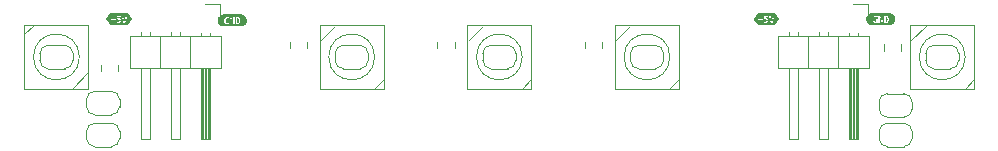
<source format=gbr>
%TF.GenerationSoftware,KiCad,Pcbnew,7.0.7*%
%TF.CreationDate,2023-11-13T13:38:28+01:00*%
%TF.ProjectId,Small_Wall,536d616c-6c5f-4576-916c-6c2e6b696361,rev?*%
%TF.SameCoordinates,Original*%
%TF.FileFunction,Legend,Top*%
%TF.FilePolarity,Positive*%
%FSLAX46Y46*%
G04 Gerber Fmt 4.6, Leading zero omitted, Abs format (unit mm)*
G04 Created by KiCad (PCBNEW 7.0.7) date 2023-11-13 13:38:28*
%MOMM*%
%LPD*%
G01*
G04 APERTURE LIST*
%ADD10C,0.120000*%
G04 APERTURE END LIST*
%TO.C,kibuzzard-64B19658*%
G36*
X96910390Y-98300573D02*
G01*
X98289610Y-98300573D01*
X98329298Y-98300573D01*
X98662249Y-98800000D01*
X98329298Y-99299427D01*
X98289610Y-99299427D01*
X98001955Y-99299427D01*
X97540945Y-99299427D01*
X97160897Y-99299427D01*
X96910390Y-99299427D01*
X96870702Y-99299427D01*
X96718091Y-99070510D01*
X97381877Y-99070510D01*
X97409024Y-99080987D01*
X97448552Y-99090989D01*
X97494272Y-99098132D01*
X97540945Y-99100990D01*
X97595476Y-99097418D01*
X97642862Y-99086703D01*
X97683106Y-99069557D01*
X97716205Y-99046697D01*
X97760020Y-98986214D01*
X97774307Y-98910490D01*
X97767852Y-98855245D01*
X97748484Y-98808890D01*
X97716205Y-98771425D01*
X97670802Y-98743062D01*
X97612065Y-98724012D01*
X97539992Y-98714275D01*
X97544755Y-98659982D01*
X97549517Y-98596165D01*
X97752400Y-98596165D01*
X97752400Y-98499010D01*
X97837172Y-98499010D01*
X97848126Y-98552350D01*
X97863843Y-98619025D01*
X97876437Y-98668925D01*
X97890089Y-98720837D01*
X97904800Y-98774759D01*
X97920357Y-98829739D01*
X97936550Y-98884825D01*
X97953378Y-98940017D01*
X97978381Y-99018599D01*
X98001955Y-99088607D01*
X98122922Y-99088607D01*
X98141126Y-99037860D01*
X98158906Y-98985949D01*
X98176263Y-98932874D01*
X98192931Y-98879534D01*
X98208647Y-98826829D01*
X98223411Y-98774759D01*
X98243652Y-98698916D01*
X98261511Y-98626645D01*
X98276870Y-98559494D01*
X98289610Y-98499010D01*
X98166737Y-98499010D01*
X98158165Y-98548540D01*
X98147688Y-98605690D01*
X98135781Y-98667483D01*
X98122922Y-98730944D01*
X98109111Y-98794761D01*
X98094348Y-98857626D01*
X98079107Y-98916562D01*
X98063867Y-98968592D01*
X98048508Y-98915848D01*
X98032911Y-98856674D01*
X98017671Y-98793809D01*
X98003384Y-98729991D01*
X97990168Y-98666650D01*
X97978142Y-98605214D01*
X97968141Y-98548421D01*
X97960997Y-98499010D01*
X97837172Y-98499010D01*
X97752400Y-98499010D01*
X97451410Y-98499010D01*
X97447838Y-98571757D01*
X97442837Y-98647124D01*
X97436170Y-98724633D01*
X97427597Y-98803810D01*
X97493082Y-98805834D01*
X97544755Y-98811906D01*
X97613811Y-98834766D01*
X97646196Y-98870009D01*
X97654292Y-98915252D01*
X97649530Y-98946685D01*
X97631909Y-98973831D01*
X97596666Y-98993358D01*
X97539992Y-99000978D01*
X97495463Y-98998834D01*
X97459030Y-98992405D01*
X97405690Y-98973355D01*
X97381877Y-99070510D01*
X96718091Y-99070510D01*
X96595536Y-98886677D01*
X96910390Y-98886677D01*
X97059932Y-98886677D01*
X97059932Y-99052412D01*
X97160897Y-99052412D01*
X97160897Y-98886677D01*
X97310440Y-98886677D01*
X97310440Y-98790475D01*
X97160897Y-98790475D01*
X97160897Y-98624740D01*
X97059932Y-98624740D01*
X97059932Y-98790475D01*
X96910390Y-98790475D01*
X96910390Y-98886677D01*
X96595536Y-98886677D01*
X96537751Y-98800000D01*
X96870702Y-98300572D01*
X96910390Y-98300572D01*
X96910390Y-98300573D01*
G37*
D10*
%TO.C,J1*%
X106245000Y-97555000D02*
X106245000Y-98825000D01*
X104975000Y-97555000D02*
X106245000Y-97555000D01*
X102815000Y-99867929D02*
X102815000Y-100265000D01*
X102055000Y-99867929D02*
X102055000Y-100265000D01*
X100275000Y-99867929D02*
X100275000Y-100265000D01*
X99515000Y-99867929D02*
X99515000Y-100265000D01*
X105355000Y-99935000D02*
X105355000Y-100265000D01*
X104595000Y-99935000D02*
X104595000Y-100265000D01*
X106305000Y-100265000D02*
X98565000Y-100265000D01*
X103705000Y-100265000D02*
X103705000Y-102925000D01*
X101165000Y-100265000D02*
X101165000Y-102925000D01*
X98565000Y-100265000D02*
X98565000Y-102925000D01*
X106305000Y-102925000D02*
X106305000Y-100265000D01*
X105355000Y-102925000D02*
X105355000Y-108925000D01*
X105295000Y-102925000D02*
X105295000Y-108925000D01*
X105175000Y-102925000D02*
X105175000Y-108925000D01*
X105055000Y-102925000D02*
X105055000Y-108925000D01*
X104935000Y-102925000D02*
X104935000Y-108925000D01*
X104815000Y-102925000D02*
X104815000Y-108925000D01*
X104695000Y-102925000D02*
X104695000Y-108925000D01*
X102815000Y-102925000D02*
X102815000Y-108925000D01*
X100275000Y-102925000D02*
X100275000Y-108925000D01*
X98565000Y-102925000D02*
X106305000Y-102925000D01*
X105355000Y-108925000D02*
X104595000Y-108925000D01*
X104595000Y-108925000D02*
X104595000Y-102925000D01*
X102815000Y-108925000D02*
X102055000Y-108925000D01*
X102055000Y-108925000D02*
X102055000Y-102925000D01*
X100275000Y-108925000D02*
X99515000Y-108925000D01*
X99515000Y-108925000D02*
X99515000Y-102925000D01*
%TO.C,JP8*%
X42850000Y-105600000D02*
X42850000Y-106200000D01*
X42150000Y-106900000D02*
X40750000Y-106900000D01*
X40750000Y-104900000D02*
X42150000Y-104900000D01*
X40050000Y-106200000D02*
X40050000Y-105600000D01*
X42150000Y-106900000D02*
G75*
G03*
X42850000Y-106200000I1J699999D01*
G01*
X42850000Y-105600000D02*
G75*
G03*
X42150000Y-104900000I-699999J1D01*
G01*
X40050000Y-106200000D02*
G75*
G03*
X40750000Y-106900000I700000J0D01*
G01*
X40750000Y-104900000D02*
G75*
G03*
X40050000Y-105600000I0J-700000D01*
G01*
%TO.C,C5*%
X41265000Y-103211252D02*
X41265000Y-102688748D01*
X42735000Y-103211252D02*
X42735000Y-102688748D01*
%TO.C,U1*%
X109900000Y-100600000D02*
X111100000Y-99400000D01*
X115200000Y-103900000D02*
X114400000Y-104700000D01*
X109800000Y-99300000D02*
X115200000Y-99300000D01*
X115200000Y-99300000D02*
X115200000Y-104700000D01*
X115200000Y-104700000D02*
X109800000Y-104700000D01*
X109800000Y-104700000D02*
X109800000Y-99300000D01*
X114441649Y-102000000D02*
G75*
G03*
X114441649Y-102000000I-1941649J0D01*
G01*
%TO.C,C3*%
X71235000Y-100738748D02*
X71235000Y-101261252D01*
X69765000Y-100738748D02*
X69765000Y-101261252D01*
%TO.C,U4*%
X59900000Y-100600000D02*
X61100000Y-99400000D01*
X65200000Y-103900000D02*
X64400000Y-104700000D01*
X59800000Y-99300000D02*
X65200000Y-99300000D01*
X65200000Y-99300000D02*
X65200000Y-104700000D01*
X65200000Y-104700000D02*
X59800000Y-104700000D01*
X59800000Y-104700000D02*
X59800000Y-99300000D01*
X64441649Y-102000000D02*
G75*
G03*
X64441649Y-102000000I-1941649J0D01*
G01*
%TO.C,JP1*%
X107150000Y-106400000D02*
X107150000Y-105800000D01*
X107850000Y-105100000D02*
X109250000Y-105100000D01*
X109250000Y-107100000D02*
X107850000Y-107100000D01*
X109950000Y-105800000D02*
X109950000Y-106400000D01*
X107850000Y-105100000D02*
G75*
G03*
X107150000Y-105800000I-1J-699999D01*
G01*
X107150000Y-106400000D02*
G75*
G03*
X107850000Y-107100000I699999J-1D01*
G01*
X109950000Y-105800000D02*
G75*
G03*
X109250000Y-105100000I-700000J0D01*
G01*
X109250000Y-107100000D02*
G75*
G03*
X109950000Y-106400000I0J700000D01*
G01*
%TO.C,JP7*%
X36100000Y-102300000D02*
X36100000Y-101700000D01*
X36800000Y-101000000D02*
X38200000Y-101000000D01*
X38200000Y-103000000D02*
X36800000Y-103000000D01*
X38900000Y-101700000D02*
X38900000Y-102300000D01*
X36800000Y-101000000D02*
G75*
G03*
X36100000Y-101700000I-1J-699999D01*
G01*
X36100000Y-102300000D02*
G75*
G03*
X36800000Y-103000000I699999J-1D01*
G01*
X38900000Y-101700000D02*
G75*
G03*
X38200000Y-101000000I-700000J0D01*
G01*
X38200000Y-103000000D02*
G75*
G03*
X38900000Y-102300000I0J700000D01*
G01*
%TO.C,JP3*%
X113900000Y-101700000D02*
X113900000Y-102300000D01*
X113200000Y-103000000D02*
X111800000Y-103000000D01*
X111800000Y-101000000D02*
X113200000Y-101000000D01*
X111100000Y-102300000D02*
X111100000Y-101700000D01*
X113200000Y-103000000D02*
G75*
G03*
X113900000Y-102300000I1J699999D01*
G01*
X113900000Y-101700000D02*
G75*
G03*
X113200000Y-101000000I-699999J1D01*
G01*
X111100000Y-102300000D02*
G75*
G03*
X111800000Y-103000000I700000J0D01*
G01*
X111800000Y-101000000D02*
G75*
G03*
X111100000Y-101700000I0J-700000D01*
G01*
%TO.C,U5*%
X40100000Y-103400000D02*
X38900000Y-104600000D01*
X34800000Y-100100000D02*
X35600000Y-99300000D01*
X40200000Y-104700000D02*
X34800000Y-104700000D01*
X34800000Y-104700000D02*
X34800000Y-99300000D01*
X34800000Y-99300000D02*
X40200000Y-99300000D01*
X40200000Y-99300000D02*
X40200000Y-104700000D01*
X39441649Y-102000000D02*
G75*
G03*
X39441649Y-102000000I-1941649J0D01*
G01*
%TO.C,JP9*%
X42850000Y-108300000D02*
X42850000Y-108900000D01*
X42150000Y-109600000D02*
X40750000Y-109600000D01*
X40750000Y-107600000D02*
X42150000Y-107600000D01*
X40050000Y-108900000D02*
X40050000Y-108300000D01*
X42150000Y-109600000D02*
G75*
G03*
X42850000Y-108900000I1J699999D01*
G01*
X42850000Y-108300000D02*
G75*
G03*
X42150000Y-107600000I-699999J1D01*
G01*
X40050000Y-108900000D02*
G75*
G03*
X40750000Y-109600000I700000J0D01*
G01*
X40750000Y-107600000D02*
G75*
G03*
X40050000Y-108300000I0J-700000D01*
G01*
%TO.C,C1*%
X109035000Y-100938748D02*
X109035000Y-101461252D01*
X107565000Y-100938748D02*
X107565000Y-101461252D01*
%TO.C,C2*%
X83735000Y-100738748D02*
X83735000Y-101261252D01*
X82265000Y-100738748D02*
X82265000Y-101261252D01*
%TO.C,J3*%
X51375000Y-97555000D02*
X51375000Y-98825000D01*
X50105000Y-97555000D02*
X51375000Y-97555000D01*
X47945000Y-99867929D02*
X47945000Y-100265000D01*
X47185000Y-99867929D02*
X47185000Y-100265000D01*
X45405000Y-99867929D02*
X45405000Y-100265000D01*
X44645000Y-99867929D02*
X44645000Y-100265000D01*
X50485000Y-99935000D02*
X50485000Y-100265000D01*
X49725000Y-99935000D02*
X49725000Y-100265000D01*
X51435000Y-100265000D02*
X43695000Y-100265000D01*
X48835000Y-100265000D02*
X48835000Y-102925000D01*
X46295000Y-100265000D02*
X46295000Y-102925000D01*
X43695000Y-100265000D02*
X43695000Y-102925000D01*
X51435000Y-102925000D02*
X51435000Y-100265000D01*
X50485000Y-102925000D02*
X50485000Y-108925000D01*
X50425000Y-102925000D02*
X50425000Y-108925000D01*
X50305000Y-102925000D02*
X50305000Y-108925000D01*
X50185000Y-102925000D02*
X50185000Y-108925000D01*
X50065000Y-102925000D02*
X50065000Y-108925000D01*
X49945000Y-102925000D02*
X49945000Y-108925000D01*
X49825000Y-102925000D02*
X49825000Y-108925000D01*
X47945000Y-102925000D02*
X47945000Y-108925000D01*
X45405000Y-102925000D02*
X45405000Y-108925000D01*
X43695000Y-102925000D02*
X51435000Y-102925000D01*
X50485000Y-108925000D02*
X49725000Y-108925000D01*
X49725000Y-108925000D02*
X49725000Y-102925000D01*
X47945000Y-108925000D02*
X47185000Y-108925000D01*
X47185000Y-108925000D02*
X47185000Y-102925000D01*
X45405000Y-108925000D02*
X44645000Y-108925000D01*
X44645000Y-108925000D02*
X44645000Y-102925000D01*
%TO.C,kibuzzard-64B1960B*%
G36*
X52904825Y-98717596D02*
G01*
X52943878Y-98761887D01*
X52963880Y-98825705D01*
X52969595Y-98900000D01*
X52967809Y-98942029D01*
X52962451Y-98980486D01*
X52938639Y-99043827D01*
X52894824Y-99085737D01*
X52827673Y-99100977D01*
X52817195Y-99100977D01*
X52806718Y-99100025D01*
X52806718Y-98703785D01*
X52823863Y-98701404D01*
X52841008Y-98700927D01*
X52904825Y-98717596D01*
G37*
G36*
X53177951Y-98396342D02*
G01*
X53227079Y-98403629D01*
X53275257Y-98415697D01*
X53322019Y-98432429D01*
X53366917Y-98453664D01*
X53409516Y-98479197D01*
X53449408Y-98508783D01*
X53486208Y-98542137D01*
X53519562Y-98578937D01*
X53549148Y-98618829D01*
X53574681Y-98661428D01*
X53595916Y-98706326D01*
X53612648Y-98753088D01*
X53624716Y-98801266D01*
X53632003Y-98850394D01*
X53634440Y-98900000D01*
X53632003Y-98949606D01*
X53624716Y-98998734D01*
X53612648Y-99046912D01*
X53595916Y-99093674D01*
X53574681Y-99138572D01*
X53549148Y-99181171D01*
X53519562Y-99221063D01*
X53486208Y-99257863D01*
X53449408Y-99291217D01*
X53409516Y-99320803D01*
X53366917Y-99346336D01*
X53322019Y-99367571D01*
X53275257Y-99384303D01*
X53227079Y-99396371D01*
X53177951Y-99403658D01*
X53128345Y-99406095D01*
X53088658Y-99406095D01*
X52815290Y-99406095D01*
X52500012Y-99406095D01*
X51952325Y-99406095D01*
X51711342Y-99406095D01*
X51671655Y-99406095D01*
X51622049Y-99403658D01*
X51572921Y-99396371D01*
X51524743Y-99384303D01*
X51477981Y-99367571D01*
X51433083Y-99346336D01*
X51390484Y-99320803D01*
X51350592Y-99291217D01*
X51313792Y-99257863D01*
X51280438Y-99221063D01*
X51250852Y-99181171D01*
X51225319Y-99138572D01*
X51204084Y-99093674D01*
X51187352Y-99046912D01*
X51175284Y-98998734D01*
X51167997Y-98949606D01*
X51165560Y-98900000D01*
X51711342Y-98900000D01*
X51715629Y-98971557D01*
X51728487Y-99033826D01*
X51749204Y-99086690D01*
X51777065Y-99130029D01*
X51811712Y-99163842D01*
X51852789Y-99188131D01*
X51899818Y-99202776D01*
X51952325Y-99207658D01*
X52010547Y-99205276D01*
X52059481Y-99198132D01*
X52124727Y-99180987D01*
X52124727Y-98886665D01*
X52007570Y-98886665D01*
X52007570Y-99101930D01*
X51984710Y-99104787D01*
X51961850Y-99105740D01*
X51904938Y-99093238D01*
X51863742Y-99055734D01*
X51845222Y-99016205D01*
X51834109Y-98964294D01*
X51830405Y-98900000D01*
X51832429Y-98856304D01*
X51838501Y-98816656D01*
X51865171Y-98751886D01*
X51912320Y-98709500D01*
X51982805Y-98694260D01*
X52045670Y-98704737D01*
X52097105Y-98728550D01*
X52127585Y-98635205D01*
X52108059Y-98623775D01*
X52075197Y-98609487D01*
X52060109Y-98605677D01*
X52205690Y-98605677D01*
X52205690Y-99195275D01*
X52311418Y-99195275D01*
X52311418Y-98803797D01*
X52346819Y-98869150D01*
X52380632Y-98934396D01*
X52412859Y-98999536D01*
X52443498Y-99064677D01*
X52472549Y-99129923D01*
X52500012Y-99195275D01*
X52594310Y-99195275D01*
X52594310Y-99188607D01*
X52689560Y-99188607D01*
X52753854Y-99199561D01*
X52815290Y-99202895D01*
X52872797Y-99198728D01*
X52925304Y-99186226D01*
X52971857Y-99164676D01*
X53011505Y-99133362D01*
X53043771Y-99091810D01*
X53068179Y-99039541D01*
X53083538Y-98975843D01*
X53088658Y-98900000D01*
X53084014Y-98825824D01*
X53070084Y-98763316D01*
X53047819Y-98711643D01*
X53018173Y-98669971D01*
X52981144Y-98638182D01*
X52936734Y-98616155D01*
X52886132Y-98603296D01*
X52830530Y-98599010D01*
X52764808Y-98601867D01*
X52689560Y-98613297D01*
X52689560Y-99188607D01*
X52594310Y-99188607D01*
X52594310Y-98605677D01*
X52488582Y-98605677D01*
X52488582Y-98968580D01*
X52471795Y-98931432D01*
X52451911Y-98888570D01*
X52429527Y-98842136D01*
X52405239Y-98794272D01*
X52379640Y-98745576D01*
X52353327Y-98696641D01*
X52326658Y-98649373D01*
X52299988Y-98605677D01*
X52205690Y-98605677D01*
X52060109Y-98605677D01*
X52028049Y-98597581D01*
X51966612Y-98592342D01*
X51914939Y-98597224D01*
X51866600Y-98611869D01*
X51823023Y-98636277D01*
X51785637Y-98670447D01*
X51754919Y-98714143D01*
X51731345Y-98767126D01*
X51716343Y-98829158D01*
X51711342Y-98900000D01*
X51165560Y-98900000D01*
X51167997Y-98850394D01*
X51175284Y-98801266D01*
X51187352Y-98753088D01*
X51204084Y-98706326D01*
X51225319Y-98661428D01*
X51250852Y-98618829D01*
X51280438Y-98578937D01*
X51313792Y-98542137D01*
X51350592Y-98508783D01*
X51390484Y-98479197D01*
X51433083Y-98453664D01*
X51477981Y-98432429D01*
X51524743Y-98415697D01*
X51572921Y-98403629D01*
X51622049Y-98396342D01*
X51671655Y-98393905D01*
X51711342Y-98393905D01*
X51711343Y-98393905D01*
X53088658Y-98393905D01*
X53128345Y-98393905D01*
X53177951Y-98396342D01*
G37*
%TO.C,JP5*%
X76400000Y-101700000D02*
X76400000Y-102300000D01*
X75700000Y-103000000D02*
X74300000Y-103000000D01*
X74300000Y-101000000D02*
X75700000Y-101000000D01*
X73600000Y-102300000D02*
X73600000Y-101700000D01*
X75700000Y-103000000D02*
G75*
G03*
X76400000Y-102300000I1J699999D01*
G01*
X76400000Y-101700000D02*
G75*
G03*
X75700000Y-101000000I-699999J1D01*
G01*
X73600000Y-102300000D02*
G75*
G03*
X74300000Y-103000000I700000J0D01*
G01*
X74300000Y-101000000D02*
G75*
G03*
X73600000Y-101700000I0J-700000D01*
G01*
%TO.C,U3*%
X72400000Y-100600000D02*
X73600000Y-99400000D01*
X77700000Y-103900000D02*
X76900000Y-104700000D01*
X72300000Y-99300000D02*
X77700000Y-99300000D01*
X77700000Y-99300000D02*
X77700000Y-104700000D01*
X77700000Y-104700000D02*
X72300000Y-104700000D01*
X72300000Y-104700000D02*
X72300000Y-99300000D01*
X76941649Y-102000000D02*
G75*
G03*
X76941649Y-102000000I-1941649J0D01*
G01*
%TO.C,U2*%
X84900000Y-100600000D02*
X86100000Y-99400000D01*
X90200000Y-103900000D02*
X89400000Y-104700000D01*
X84800000Y-99300000D02*
X90200000Y-99300000D01*
X90200000Y-99300000D02*
X90200000Y-104700000D01*
X90200000Y-104700000D02*
X84800000Y-104700000D01*
X84800000Y-104700000D02*
X84800000Y-99300000D01*
X89441649Y-102000000D02*
G75*
G03*
X89441649Y-102000000I-1941649J0D01*
G01*
%TO.C,JP4*%
X88900000Y-101700000D02*
X88900000Y-102300000D01*
X88200000Y-103000000D02*
X86800000Y-103000000D01*
X86800000Y-101000000D02*
X88200000Y-101000000D01*
X86100000Y-102300000D02*
X86100000Y-101700000D01*
X88200000Y-103000000D02*
G75*
G03*
X88900000Y-102300000I1J699999D01*
G01*
X88900000Y-101700000D02*
G75*
G03*
X88200000Y-101000000I-699999J1D01*
G01*
X86100000Y-102300000D02*
G75*
G03*
X86800000Y-103000000I700000J0D01*
G01*
X86800000Y-101000000D02*
G75*
G03*
X86100000Y-101700000I0J-700000D01*
G01*
%TO.C,kibuzzard-64B1960B*%
G36*
X107804825Y-98617596D02*
G01*
X107843878Y-98661887D01*
X107863880Y-98725705D01*
X107869595Y-98800000D01*
X107867809Y-98842029D01*
X107862451Y-98880486D01*
X107838639Y-98943827D01*
X107794824Y-98985737D01*
X107727673Y-99000977D01*
X107717195Y-99000977D01*
X107706718Y-99000025D01*
X107706718Y-98603785D01*
X107723863Y-98601404D01*
X107741008Y-98600927D01*
X107804825Y-98617596D01*
G37*
G36*
X108077951Y-98296342D02*
G01*
X108127079Y-98303629D01*
X108175257Y-98315697D01*
X108222019Y-98332429D01*
X108266917Y-98353664D01*
X108309516Y-98379197D01*
X108349408Y-98408783D01*
X108386208Y-98442137D01*
X108419562Y-98478937D01*
X108449148Y-98518829D01*
X108474681Y-98561428D01*
X108495916Y-98606326D01*
X108512648Y-98653088D01*
X108524716Y-98701266D01*
X108532003Y-98750394D01*
X108534440Y-98800000D01*
X108532003Y-98849606D01*
X108524716Y-98898734D01*
X108512648Y-98946912D01*
X108495916Y-98993674D01*
X108474681Y-99038572D01*
X108449148Y-99081171D01*
X108419562Y-99121063D01*
X108386208Y-99157863D01*
X108349408Y-99191217D01*
X108309516Y-99220803D01*
X108266917Y-99246336D01*
X108222019Y-99267571D01*
X108175257Y-99284303D01*
X108127079Y-99296371D01*
X108077951Y-99303658D01*
X108028345Y-99306095D01*
X107988658Y-99306095D01*
X107715290Y-99306095D01*
X107400012Y-99306095D01*
X106852325Y-99306095D01*
X106611342Y-99306095D01*
X106571655Y-99306095D01*
X106522049Y-99303658D01*
X106472921Y-99296371D01*
X106424743Y-99284303D01*
X106377981Y-99267571D01*
X106333083Y-99246336D01*
X106290484Y-99220803D01*
X106250592Y-99191217D01*
X106213792Y-99157863D01*
X106180438Y-99121063D01*
X106150852Y-99081171D01*
X106125319Y-99038572D01*
X106104084Y-98993674D01*
X106087352Y-98946912D01*
X106075284Y-98898734D01*
X106067997Y-98849606D01*
X106065560Y-98800000D01*
X106611342Y-98800000D01*
X106615629Y-98871557D01*
X106628487Y-98933826D01*
X106649204Y-98986690D01*
X106677065Y-99030029D01*
X106711712Y-99063842D01*
X106752789Y-99088131D01*
X106799818Y-99102776D01*
X106852325Y-99107658D01*
X106910547Y-99105276D01*
X106959481Y-99098132D01*
X107024727Y-99080987D01*
X107024727Y-98786665D01*
X106907570Y-98786665D01*
X106907570Y-99001930D01*
X106884710Y-99004787D01*
X106861850Y-99005740D01*
X106804938Y-98993238D01*
X106763742Y-98955734D01*
X106745222Y-98916205D01*
X106734109Y-98864294D01*
X106730405Y-98800000D01*
X106732429Y-98756304D01*
X106738501Y-98716656D01*
X106765171Y-98651886D01*
X106812320Y-98609500D01*
X106882805Y-98594260D01*
X106945670Y-98604737D01*
X106997105Y-98628550D01*
X107027585Y-98535205D01*
X107008059Y-98523775D01*
X106975197Y-98509487D01*
X106960109Y-98505677D01*
X107105690Y-98505677D01*
X107105690Y-99095275D01*
X107211418Y-99095275D01*
X107211418Y-98703797D01*
X107246819Y-98769150D01*
X107280632Y-98834396D01*
X107312859Y-98899536D01*
X107343498Y-98964677D01*
X107372549Y-99029923D01*
X107400012Y-99095275D01*
X107494310Y-99095275D01*
X107494310Y-99088607D01*
X107589560Y-99088607D01*
X107653854Y-99099561D01*
X107715290Y-99102895D01*
X107772797Y-99098728D01*
X107825304Y-99086226D01*
X107871857Y-99064676D01*
X107911505Y-99033362D01*
X107943771Y-98991810D01*
X107968179Y-98939541D01*
X107983538Y-98875843D01*
X107988658Y-98800000D01*
X107984014Y-98725824D01*
X107970084Y-98663316D01*
X107947819Y-98611643D01*
X107918173Y-98569971D01*
X107881144Y-98538182D01*
X107836734Y-98516155D01*
X107786132Y-98503296D01*
X107730530Y-98499010D01*
X107664808Y-98501867D01*
X107589560Y-98513297D01*
X107589560Y-99088607D01*
X107494310Y-99088607D01*
X107494310Y-98505677D01*
X107388582Y-98505677D01*
X107388582Y-98868580D01*
X107371795Y-98831432D01*
X107351911Y-98788570D01*
X107329527Y-98742136D01*
X107305239Y-98694272D01*
X107279640Y-98645576D01*
X107253327Y-98596641D01*
X107226658Y-98549373D01*
X107199988Y-98505677D01*
X107105690Y-98505677D01*
X106960109Y-98505677D01*
X106928049Y-98497581D01*
X106866612Y-98492342D01*
X106814939Y-98497224D01*
X106766600Y-98511869D01*
X106723023Y-98536277D01*
X106685637Y-98570447D01*
X106654919Y-98614143D01*
X106631345Y-98667126D01*
X106616343Y-98729158D01*
X106611342Y-98800000D01*
X106065560Y-98800000D01*
X106067997Y-98750394D01*
X106075284Y-98701266D01*
X106087352Y-98653088D01*
X106104084Y-98606326D01*
X106125319Y-98561428D01*
X106150852Y-98518829D01*
X106180438Y-98478937D01*
X106213792Y-98442137D01*
X106250592Y-98408783D01*
X106290484Y-98379197D01*
X106333083Y-98353664D01*
X106377981Y-98332429D01*
X106424743Y-98315697D01*
X106472921Y-98303629D01*
X106522049Y-98296342D01*
X106571655Y-98293905D01*
X106611342Y-98293905D01*
X106611343Y-98293905D01*
X107988658Y-98293905D01*
X108028345Y-98293905D01*
X108077951Y-98296342D01*
G37*
%TO.C,kibuzzard-64B19658*%
G36*
X42110390Y-98300573D02*
G01*
X43489610Y-98300573D01*
X43529298Y-98300573D01*
X43862249Y-98800000D01*
X43529298Y-99299427D01*
X43489610Y-99299427D01*
X43201955Y-99299427D01*
X42740945Y-99299427D01*
X42360897Y-99299427D01*
X42110390Y-99299427D01*
X42070702Y-99299427D01*
X41918091Y-99070510D01*
X42581877Y-99070510D01*
X42609024Y-99080987D01*
X42648552Y-99090989D01*
X42694272Y-99098132D01*
X42740945Y-99100990D01*
X42795476Y-99097418D01*
X42842862Y-99086703D01*
X42883106Y-99069557D01*
X42916205Y-99046697D01*
X42960020Y-98986214D01*
X42974307Y-98910490D01*
X42967852Y-98855245D01*
X42948484Y-98808890D01*
X42916205Y-98771425D01*
X42870802Y-98743062D01*
X42812065Y-98724012D01*
X42739992Y-98714275D01*
X42744755Y-98659982D01*
X42749517Y-98596165D01*
X42952400Y-98596165D01*
X42952400Y-98499010D01*
X43037172Y-98499010D01*
X43048126Y-98552350D01*
X43063843Y-98619025D01*
X43076437Y-98668925D01*
X43090089Y-98720837D01*
X43104800Y-98774759D01*
X43120357Y-98829739D01*
X43136550Y-98884825D01*
X43153378Y-98940017D01*
X43178381Y-99018599D01*
X43201955Y-99088607D01*
X43322922Y-99088607D01*
X43341126Y-99037860D01*
X43358906Y-98985949D01*
X43376263Y-98932874D01*
X43392931Y-98879534D01*
X43408647Y-98826829D01*
X43423411Y-98774759D01*
X43443652Y-98698916D01*
X43461511Y-98626645D01*
X43476870Y-98559494D01*
X43489610Y-98499010D01*
X43366737Y-98499010D01*
X43358165Y-98548540D01*
X43347688Y-98605690D01*
X43335781Y-98667483D01*
X43322922Y-98730944D01*
X43309111Y-98794761D01*
X43294348Y-98857626D01*
X43279107Y-98916562D01*
X43263867Y-98968592D01*
X43248508Y-98915848D01*
X43232911Y-98856674D01*
X43217671Y-98793809D01*
X43203384Y-98729991D01*
X43190168Y-98666650D01*
X43178142Y-98605214D01*
X43168141Y-98548421D01*
X43160997Y-98499010D01*
X43037172Y-98499010D01*
X42952400Y-98499010D01*
X42651410Y-98499010D01*
X42647838Y-98571757D01*
X42642837Y-98647124D01*
X42636170Y-98724633D01*
X42627597Y-98803810D01*
X42693082Y-98805834D01*
X42744755Y-98811906D01*
X42813811Y-98834766D01*
X42846196Y-98870009D01*
X42854292Y-98915252D01*
X42849530Y-98946685D01*
X42831909Y-98973831D01*
X42796666Y-98993358D01*
X42739992Y-99000978D01*
X42695463Y-98998834D01*
X42659030Y-98992405D01*
X42605690Y-98973355D01*
X42581877Y-99070510D01*
X41918091Y-99070510D01*
X41795536Y-98886677D01*
X42110390Y-98886677D01*
X42259932Y-98886677D01*
X42259932Y-99052412D01*
X42360897Y-99052412D01*
X42360897Y-98886677D01*
X42510440Y-98886677D01*
X42510440Y-98790475D01*
X42360897Y-98790475D01*
X42360897Y-98624740D01*
X42259932Y-98624740D01*
X42259932Y-98790475D01*
X42110390Y-98790475D01*
X42110390Y-98886677D01*
X41795536Y-98886677D01*
X41737751Y-98800000D01*
X42070702Y-98300572D01*
X42110390Y-98300572D01*
X42110390Y-98300573D01*
G37*
%TO.C,C4*%
X58735000Y-100738748D02*
X58735000Y-101261252D01*
X57265000Y-100738748D02*
X57265000Y-101261252D01*
%TO.C,JP2*%
X107150000Y-108900000D02*
X107150000Y-108300000D01*
X107850000Y-107600000D02*
X109250000Y-107600000D01*
X109250000Y-109600000D02*
X107850000Y-109600000D01*
X109950000Y-108300000D02*
X109950000Y-108900000D01*
X107850000Y-107600000D02*
G75*
G03*
X107150000Y-108300000I-1J-699999D01*
G01*
X107150000Y-108900000D02*
G75*
G03*
X107850000Y-109600000I699999J-1D01*
G01*
X109950000Y-108300000D02*
G75*
G03*
X109250000Y-107600000I-700000J0D01*
G01*
X109250000Y-109600000D02*
G75*
G03*
X109950000Y-108900000I0J700000D01*
G01*
%TO.C,JP6*%
X63900000Y-101700000D02*
X63900000Y-102300000D01*
X63200000Y-103000000D02*
X61800000Y-103000000D01*
X61800000Y-101000000D02*
X63200000Y-101000000D01*
X61100000Y-102300000D02*
X61100000Y-101700000D01*
X63200000Y-103000000D02*
G75*
G03*
X63900000Y-102300000I1J699999D01*
G01*
X63900000Y-101700000D02*
G75*
G03*
X63200000Y-101000000I-699999J1D01*
G01*
X61100000Y-102300000D02*
G75*
G03*
X61800000Y-103000000I700000J0D01*
G01*
X61800000Y-101000000D02*
G75*
G03*
X61100000Y-101700000I0J-700000D01*
G01*
%TD*%
M02*

</source>
